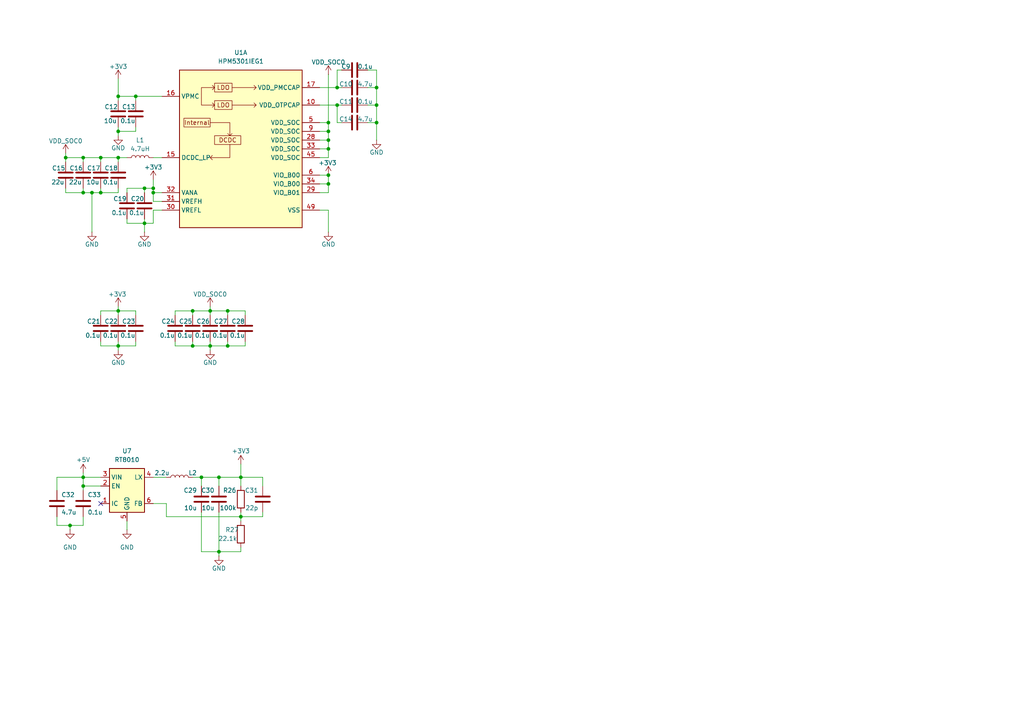
<source format=kicad_sch>
(kicad_sch (version 20231120) (generator "eeschema") (generator_version "8.0")
  (paper "A4")
  (lib_symbols
    (symbol "DCDC Power Chip:RT8010"
      (property "Reference" "U" (at 0 17.526 0))
      (property "Value" "RT8010" (at 0 0 0))
      (symbol "RT8010_1_0"
        (rectangle (start -5.08 10.16) (end 5.08 -2.54) (stroke (width 0.254)) (fill (type background)))
        (pin input line (at -7.62 5.08 0) (length 2.54) (name "EN") (number "2"))
        (pin power_in line (at -7.62 7.62 0) (length 2.54) (name "VIN") (number "3"))
        (pin output line (at 7.62 7.62 180) (length 2.54) (name "LX") (number "4"))
        (pin power_in line (at 0 -5.08 90) (length 2.54) (name "GND") (number "5"))
        (pin input line (at 7.62 0 180) (length 2.54) (name "FB") (number "6"))
        (pin passive line (at 0 -5.08 90) (length 2.54) hide (name "GND") (number "7"))
      )
      (symbol "RT8010_1_1"
        (pin output line (at -7.62 0 0) (length 2.54) (name "IC") (number "1"))
      )
    )
    (symbol "Device:C" (pin_numbers hide) (pin_names (offset 0.254))
      (property "Reference" "C" (at 0.635 2.54 0))
      (property "Value" "C" (at 0.635 -2.54 0))
      (symbol "C_0_1"
        (polyline (pts (xy -2.032 -0.762) (xy 2.032 -0.762)) (stroke (width 0.508)))
        (polyline (pts (xy -2.032 0.762) (xy 2.032 0.762)) (stroke (width 0.508)))
      )
      (symbol "C_1_1"
        (pin passive line (at 0 3.81 270) (length 2.794) (name "~") (number "1"))
        (pin passive line (at 0 -3.81 90) (length 2.794) (name "~") (number "2"))
      )
    )
    (symbol "Device:L" (pin_numbers hide) (pin_names (offset 1.016) hide)
      (property "Reference" "L" (at -1.27 0 90))
      (property "Value" "L" (at 1.905 0 90))
      (symbol "L_0_1"
        (arc (start 0 -2.54) (mid 0.6323 -1.905) (end 0 -1.27))
        (arc (start 0 -1.27) (mid 0.6323 -0.635) (end 0 0))
        (arc (start 0 0) (mid 0.6323 0.635) (end 0 1.27))
        (arc (start 0 1.27) (mid 0.6323 1.905) (end 0 2.54))
      )
      (symbol "L_1_1"
        (pin passive line (at 0 3.81 270) (length 1.27) (name "1") (number "1"))
        (pin passive line (at 0 -3.81 90) (length 1.27) (name "2") (number "2"))
      )
    )
    (symbol "Device:R" (pin_numbers hide) (pin_names (offset 0))
      (property "Reference" "R" (at 2.032 0 90))
      (property "Value" "R" (at 0 0 90))
      (symbol "R_0_1"
        (rectangle (start -1.016 -2.54) (end 1.016 2.54) (stroke (width 0.254)))
      )
      (symbol "R_1_1"
        (pin passive line (at 0 3.81 270) (length 1.27) (name "~") (number "1"))
        (pin passive line (at 0 -3.81 90) (length 1.27) (name "~") (number "2"))
      )
    )
    (symbol "HPM5300_Library:HPM5301IEG1"
      (property "Reference" "U" (at -39.624 54.356 0))
      (property "Value" "HPM5301IEG1" (at -25.654 54.356 0))
      (symbol "HPM5301IEG1_1_0"
        (pin power_in line (at 22.86 -17.78 180) (length 5.08) (name "VSS") (number "49"))
      )
      (symbol "HPM5301IEG1_1_1"
        (rectangle (start -17.78 22.86) (end 17.78 -22.86) (stroke (width 0.254)) (fill (type background)))
        (rectangle (start -16.51 8.89) (end -8.89 6.35))
        (rectangle (start -7.62 3.81) (end 0 1.27))
        (rectangle (start -7.62 13.97) (end -2.54 11.43))
        (rectangle (start -7.62 19.05) (end -2.54 16.51))
        (polyline (pts (xy -7.62 12.7) (xy -8.255 12.065)))
        (polyline (pts (xy -7.62 12.7) (xy -8.255 13.335)))
        (polyline (pts (xy -7.62 17.78) (xy -8.255 17.145)))
        (polyline (pts (xy -7.62 17.78) (xy -8.255 18.415)))
        (polyline (pts (xy -2.54 17.78) (xy 4.445 17.78)))
        (polyline (pts (xy 4.445 12.7) (xy -2.54 12.7)))
        (polyline (pts (xy 4.445 12.7) (xy 3.81 12.065)))
        (polyline (pts (xy 4.445 12.7) (xy 3.81 13.335)))
        (polyline (pts (xy 4.445 17.78) (xy 3.81 17.145)))
        (polyline (pts (xy 4.445 17.78) (xy 3.81 18.415)))
        (polyline (pts (xy -7.62 17.78) (xy -11.43 17.78) (xy -11.43 12.7) (xy -7.62 12.7)))
        (polyline (pts (xy -8.89 7.62) (xy -3.175 7.62) (xy -3.175 3.81) (xy -3.81 4.445) (xy -3.175 3.81) (xy -2.54 4.445)))
        (polyline (pts (xy -3.175 1.27) (xy -3.175 -2.54) (xy -8.89 -2.54) (xy -8.255 -1.905) (xy -8.89 -2.54) (xy -8.255 -3.175)))
        (text "DCDC" (at -3.81 2.54 0) (effects (font (size 1.27 1.27))))
        (text "Internal" (at -12.7 7.62 0) (effects (font (size 1.27 1.27))))
        (text "LDO" (at -5.08 12.7 0) (effects (font (size 1.27 1.27))))
        (text "LDO" (at -5.08 17.78 0) (effects (font (size 1.27 1.27))))
        (pin power_out line (at 22.86 12.7 180) (length 5.08) (name "VDD_OTPCAP") (number "10"))
        (pin power_in line (at -22.86 -2.54 0) (length 5.08) (name "DCDC_LP") (number "15"))
        (pin power_in line (at -22.86 15.24 0) (length 5.08) (name "VPMC") (number "16"))
        (pin power_out line (at 22.86 17.78 180) (length 5.08) (name "VDD_PMCCAP") (number "17"))
        (pin power_in line (at 22.86 2.54 180) (length 5.08) (name "VDD_SOC") (number "28"))
        (pin power_in line (at 22.86 -12.7 180) (length 5.08) (name "VIO_B01") (number "29"))
        (pin power_in line (at -22.86 -17.78 0) (length 5.08) (name "VREFL") (number "30"))
        (pin power_in line (at -22.86 -15.24 0) (length 5.08) (name "VREFH") (number "31"))
        (pin power_in line (at -22.86 -12.7 0) (length 5.08) (name "VANA") (number "32"))
        (pin power_in line (at 22.86 0 180) (length 5.08) (name "VDD_SOC") (number "33"))
        (pin power_in line (at 22.86 -10.16 180) (length 5.08) (name "VIO_B00") (number "34"))
        (pin power_in line (at 22.86 -2.54 180) (length 5.08) (name "VDD_SOC") (number "45"))
        (pin power_in line (at 22.86 7.62 180) (length 5.08) (name "VDD_SOC") (number "5"))
        (pin power_in line (at 22.86 -7.62 180) (length 5.08) (name "VIO_B00") (number "6"))
        (pin power_in line (at 22.86 5.08 180) (length 5.08) (name "VDD_SOC") (number "9"))
      )
      (symbol "HPM5301IEG1_2_1"
        (rectangle (start -53.34 53.34) (end 53.34 -53.34) (stroke (width 0.254)) (fill (type background)))
        (pin bidirectional line (at -58.42 33.02 0) (length 5.08) (name "PA04/URT1.CTS/SPI0.CS0/TRGM0.P04/JTAG.TDO") (number "1"))
        (pin bidirectional line (at -58.42 40.64 0) (length 5.08) (name "PA01/TMR1.CAPT0/URT0.RXD/TRGM0.P01/ACMP.COMP0") (number "11"))
        (pin bidirectional line (at -58.42 43.18 0) (length 5.08) (name "PA00/TMR1.COMP0/URT0.TXD/TRGM0.P00") (number "12"))
        (pin input line (at -58.42 -45.72 0) (length 5.08) (name "~{RESETN}") (number "13"))
        (pin input line (at -58.42 -48.26 0) (length 5.08) (name "WAKEUP") (number "14"))
        (pin bidirectional line (at -58.42 -33.02 0) (length 5.08) (name "PY01/URT0.RXD/WDG0.RST/USB0.OC/PMIC_PY01/PURT.RXD/PTMR.COMP1/SOC.GPIO_Y01") (number "18"))
        (pin bidirectional line (at -58.42 -30.48 0) (length 5.08) (name "PY00/URT0.TXD/USB0.ID/PMIC_PY00/PURT.TXD/PTMR.COMP0/SOC.GPIO_Y00") (number "19"))
        (pin bidirectional line (at -58.42 22.86 0) (length 5.08) (name "PA08/TMR0.COMP1/URT2.TXD/I2C2.SCL/SPI3.CS2/JTAG.TRST") (number "2"))
        (pin bidirectional line (at -58.42 -25.4 0) (length 5.08) (name "PB15/TMR0.COMP3/URT3.TXD/SPI2.DAT3/TRGM0.P03/ADC0.IN7/CMP0.INP1/CMP1.INP1") (number "20"))
        (pin bidirectional line (at -58.42 -22.86 0) (length 5.08) (name "PB14/URT3.RXD/SPI2.DAT2/TRGM0.P02/ADC0.IN6/CMP0.INN1/CMP1.INN1") (number "21"))
        (pin bidirectional line (at -58.42 -20.32 0) (length 5.08) (name "PB13/TMR1.COMP3/URT3.DE/URT3.RTS/I2C3.SCL/SPI2.MOSI/TRGM0.P01/ADC0.IN5/CMP0.INP2/CMP1.INP2") (number "22"))
        (pin bidirectional line (at -58.42 -17.78 0) (length 5.08) (name "PB12/URT3.CTS/I2C3.SDA/SPI2.MISO/TRGM0.P00/ADC0.IN4/CMP0.INN2/CMP1.INN2") (number "23"))
        (pin bidirectional line (at -58.42 -15.24 0) (length 5.08) (name "PB11/URT2.CTS/SPI2.SCLK/ACMP.COMP1/ADC0.IN3/CMP0.INN4/CMP1.INN4") (number "24"))
        (pin bidirectional line (at -58.42 -12.7 0) (length 5.08) (name "PB10/TMR0.COMP2/URT2.DE/URT2.RTS/SPI2.CS0/ACMP.COMP0/USB0.PWR/ADC0.IN2/CMP0.INP4/CMP1.INP4") (number "25"))
        (pin bidirectional line (at -58.42 -10.16 0) (length 5.08) (name "PB09/TMR0.CAPT1/URT2.RXD/I2C2.SDA/SPI2.CS1/ACMP.COMP1/USB0.OC/ADC0.IN1/CMP0.INP6/CMP1.INP6") (number "26"))
        (pin bidirectional line (at -58.42 -7.62 0) (length 5.08) (name "PB08/TMR0.COMP1/URT2.TXD/I2C2.SCL/SPI2.CS2/ACMP.COMP0/USB0.ID/ADC0.IN11/CMP0.INN6/CMP1.INN6") (number "27"))
        (pin bidirectional line (at -58.42 20.32 0) (length 5.08) (name "PA09/TMR0.CAPT1/URT2.RXD/I2C2.SDA/SPI3.CS1") (number "3"))
        (pin input line (at -58.42 -38.1 0) (length 5.08) (name "XTALI") (number "35"))
        (pin output line (at -58.42 -40.64 0) (length 5.08) (name "XTALO") (number "36"))
        (pin bidirectional line (at -58.42 -2.54 0) (length 5.08) (name "PA31/SPI1.DAT3/XPI0.CA_CS0/TRGM0.P07/USB0.ID") (number "37"))
        (pin bidirectional line (at -58.42 0 0) (length 5.08) (name "PA30/SPI1.DAT2/XPI0.CA_D1/TRGM0.P06/USB0.PWR") (number "38"))
        (pin bidirectional line (at -58.42 2.54 0) (length 5.08) (name "PA29/I2C3.SCL/SPI1.MOSI/XPI0.CA_D2/TRGM0.P05/USB0.OC") (number "39"))
        (pin bidirectional line (at -58.42 17.78 0) (length 5.08) (name "PA10/TMR0.COMP2/URT2.DE/URT2.RTS/SPI3.CS0/ACMP.COMP0") (number "4"))
        (pin bidirectional line (at -58.42 5.08 0) (length 5.08) (name "PA28/I2C3.SDA/SPI1.MISO/XPI0.CA_D0/TRGM0.P04") (number "40"))
        (pin bidirectional line (at -58.42 7.62 0) (length 5.08) (name "PA27/SPI1.SCLK/XPI0.CA_SCLK/TRGM0.P03") (number "41"))
        (pin bidirectional line (at -58.42 10.16 0) (length 5.08) (name "PA26/SPI1.CS0/XPI0.CA_D3/TRGM0.P02") (number "42"))
        (pin bidirectional line (at -58.42 12.7 0) (length 5.08) (name "PA25/I2C2.SDA/SPI1.CS1/XPI0.CA_DQS/TRGM0.P01") (number "43"))
        (pin bidirectional line (at -58.42 15.24 0) (length 5.08) (name "PA24/I2C2.SCL/SPI1.CS2/XPI0.CA_CS1/TRGM0.P00") (number "44"))
        (pin bidirectional line (at -58.42 25.4 0) (length 5.08) (name "PA07/TMR0.COMP0/URT1.TXD/I2C1.SCL/SPI0.MOSI/TRGM0.P07/JTAG.TMS") (number "46"))
        (pin bidirectional line (at -58.42 27.94 0) (length 5.08) (name "PA06/TMR0.CAPT0/URT1.RXD/I2C1.SDA/SPI0.MISO/TRGM0.P06/JTAG.TCK") (number "47"))
        (pin bidirectional line (at -58.42 30.48 0) (length 5.08) (name "PA05/TMR1.COMP2/URT1.DE/URT1.RTS/SPI0.SCLK/TRGM0.P05/JTAG.TDI") (number "48"))
        (pin bidirectional line (at -58.42 35.56 0) (length 5.08) (name "PA03/TMR1.CAPT1/URT0.CTS/I2C0.SDA/SPI3.CS3/ACMP.COMP1/TRGM0.P03/ADC0.DBG") (number "7"))
        (pin bidirectional line (at -58.42 38.1 0) (length 5.08) (name "PA02/TMR1.COMP1/URT0.DE/URT0.RTS/I2C0.SCL/ACMP.COMP0/TRGM0.P02/ACMP.COMP1") (number "8"))
      )
    )
    (symbol "power:+3V3" (power) (pin_numbers hide) (pin_names (offset 0) hide)
      (property "Value" "+3V3" (at 0 3.556 0))
      (symbol "+3V3_0_1"
        (polyline (pts (xy -0.762 1.27) (xy 0 2.54)))
        (polyline (pts (xy 0 0) (xy 0 2.54)))
        (polyline (pts (xy 0 2.54) (xy 0.762 1.27)))
      )
      (symbol "+3V3_1_1"
        (pin power_in line (at 0 0 90) (length 0) (name "~") (number "1"))
      )
    )
    (symbol "power:+5V" (power) (pin_names (offset 0))
      (property "Value" "+5V" (at 0 3.556 0))
      (symbol "+5V_0_1"
        (polyline (pts (xy -0.762 1.27) (xy 0 2.54)))
        (polyline (pts (xy 0 0) (xy 0 2.54)))
        (polyline (pts (xy 0 2.54) (xy 0.762 1.27)))
      )
      (symbol "+5V_1_1"
        (pin power_in line (at 0 0 90) (length 0) hide (name "+5V") (number "1"))
      )
    )
    (symbol "power:GND" (power) (pin_numbers hide) (pin_names (offset 0) hide)
      (property "Value" "GND" (at 0 -3.81 0))
      (symbol "GND_0_1"
        (polyline (pts (xy 0 0) (xy 0 -1.27) (xy 1.27 -1.27) (xy 0 -2.54) (xy -1.27 -1.27) (xy 0 -1.27)))
      )
      (symbol "GND_1_1"
        (pin power_in line (at 0 0 270) (length 0) (name "~") (number "1"))
      )
    )
    (symbol "power:VDD" (power) (pin_numbers hide) (pin_names (offset 0) hide)
      (property "Value" "VDD" (at 0 3.556 0))
      (symbol "VDD_0_1"
        (polyline (pts (xy -0.762 1.27) (xy 0 2.54)))
        (polyline (pts (xy 0 0) (xy 0 2.54)))
        (polyline (pts (xy 0 2.54) (xy 0.762 1.27)))
      )
      (symbol "VDD_1_1"
        (pin power_in line (at 0 0 90) (length 0) (name "~") (number "1"))
      )
    )
  )
  (junction (at 44.45 55.88))
  (junction (at 109.22 30.48))
  (junction (at 24.13 140.97))
  (junction (at 109.22 25.4))
  (junction (at 26.67 55.88))
  (junction (at 60.96 100.33))
  (junction (at 34.29 90.17))
  (junction (at 55.88 90.17))
  (junction (at 20.32 152.4))
  (junction (at 24.13 55.88))
  (junction (at 95.25 43.18))
  (junction (at 39.37 27.94))
  (junction (at 19.05 45.72))
  (junction (at 66.04 100.33))
  (junction (at 24.13 45.72))
  (junction (at 34.29 27.94))
  (junction (at 66.04 90.17))
  (junction (at 95.25 50.8))
  (junction (at 58.42 138.43))
  (junction (at 63.5 138.43))
  (junction (at 55.88 100.33))
  (junction (at 60.96 90.17))
  (junction (at 69.85 149.86))
  (junction (at 24.13 138.43))
  (junction (at 34.29 100.33))
  (junction (at 95.25 40.64))
  (junction (at 69.85 138.43))
  (junction (at 41.91 64.77))
  (junction (at 41.91 54.61))
  (junction (at 44.45 54.61))
  (junction (at 97.79 30.48))
  (junction (at 97.79 25.4))
  (junction (at 34.29 38.1))
  (junction (at 95.25 38.1))
  (junction (at 109.22 35.56))
  (junction (at 29.21 55.88))
  (junction (at 95.25 53.34))
  (junction (at 63.5 160.02))
  (junction (at 34.29 45.72))
  (junction (at 29.21 45.72))
  (junction (at 95.25 35.56))
  (no_connect (at 29.21 146.05))
  (wire (pts (xy 34.29 88.9) (xy 34.29 90.17)))
  (wire (pts (xy 34.29 99.06) (xy 34.29 100.33)))
  (wire (pts (xy 92.71 25.4) (xy 97.79 25.4)))
  (wire (pts (xy 95.25 60.96) (xy 95.25 67.31)))
  (wire (pts (xy 36.83 55.88) (xy 36.83 54.61)))
  (wire (pts (xy 16.51 152.4) (xy 20.32 152.4)))
  (wire (pts (xy 97.79 25.4) (xy 99.06 25.4)))
  (wire (pts (xy 34.29 45.72) (xy 36.83 45.72)))
  (wire (pts (xy 60.96 90.17) (xy 66.04 90.17)))
  (wire (pts (xy 19.05 45.72) (xy 24.13 45.72)))
  (wire (pts (xy 46.99 27.94) (xy 39.37 27.94)))
  (wire (pts (xy 19.05 46.99) (xy 19.05 45.72)))
  (wire (pts (xy 39.37 90.17) (xy 39.37 91.44)))
  (wire (pts (xy 50.8 99.06) (xy 50.8 100.33)))
  (wire (pts (xy 92.71 30.48) (xy 97.79 30.48)))
  (wire (pts (xy 95.25 40.64) (xy 95.25 43.18)))
  (wire (pts (xy 60.96 100.33) (xy 60.96 101.6)))
  (wire (pts (xy 29.21 90.17) (xy 34.29 90.17)))
  (wire (pts (xy 95.25 53.34) (xy 95.25 55.88)))
  (wire (pts (xy 97.79 30.48) (xy 97.79 35.56)))
  (wire (pts (xy 60.96 100.33) (xy 66.04 100.33)))
  (wire (pts (xy 48.26 146.05) (xy 48.26 149.86)))
  (wire (pts (xy 76.2 140.97) (xy 76.2 138.43)))
  (wire (pts (xy 34.29 55.88) (xy 29.21 55.88)))
  (wire (pts (xy 55.88 99.06) (xy 55.88 100.33)))
  (wire (pts (xy 24.13 152.4) (xy 24.13 149.86)))
  (wire (pts (xy 55.88 138.43) (xy 58.42 138.43)))
  (wire (pts (xy 41.91 54.61) (xy 41.91 55.88)))
  (wire (pts (xy 20.32 152.4) (xy 20.32 153.67)))
  (wire (pts (xy 41.91 64.77) (xy 44.45 64.77)))
  (wire (pts (xy 24.13 54.61) (xy 24.13 55.88)))
  (wire (pts (xy 99.06 20.32) (xy 97.79 20.32)))
  (wire (pts (xy 50.8 90.17) (xy 55.88 90.17)))
  (wire (pts (xy 66.04 100.33) (xy 71.12 100.33)))
  (wire (pts (xy 39.37 100.33) (xy 39.37 99.06)))
  (wire (pts (xy 60.96 88.9) (xy 60.96 90.17)))
  (wire (pts (xy 34.29 27.94) (xy 39.37 27.94)))
  (wire (pts (xy 92.71 60.96) (xy 95.25 60.96)))
  (wire (pts (xy 109.22 20.32) (xy 109.22 25.4)))
  (wire (pts (xy 95.25 38.1) (xy 95.25 40.64)))
  (wire (pts (xy 55.88 90.17) (xy 60.96 90.17)))
  (wire (pts (xy 95.25 21.59) (xy 95.25 35.56)))
  (wire (pts (xy 69.85 158.75) (xy 69.85 160.02)))
  (wire (pts (xy 34.29 100.33) (xy 39.37 100.33)))
  (wire (pts (xy 60.96 99.06) (xy 60.96 100.33)))
  (wire (pts (xy 46.99 58.42) (xy 44.45 58.42)))
  (wire (pts (xy 92.71 38.1) (xy 95.25 38.1)))
  (wire (pts (xy 44.45 60.96) (xy 44.45 64.77)))
  (wire (pts (xy 29.21 100.33) (xy 34.29 100.33)))
  (wire (pts (xy 109.22 30.48) (xy 109.22 35.56)))
  (wire (pts (xy 34.29 22.86) (xy 34.29 27.94)))
  (wire (pts (xy 58.42 138.43) (xy 63.5 138.43)))
  (wire (pts (xy 66.04 90.17) (xy 66.04 91.44)))
  (wire (pts (xy 41.91 64.77) (xy 41.91 67.31)))
  (wire (pts (xy 92.71 45.72) (xy 95.25 45.72)))
  (wire (pts (xy 58.42 160.02) (xy 63.5 160.02)))
  (wire (pts (xy 69.85 148.59) (xy 69.85 149.86)))
  (wire (pts (xy 95.25 43.18) (xy 95.25 45.72)))
  (wire (pts (xy 24.13 140.97) (xy 29.21 140.97)))
  (wire (pts (xy 109.22 35.56) (xy 109.22 40.64)))
  (wire (pts (xy 92.71 43.18) (xy 95.25 43.18)))
  (wire (pts (xy 16.51 138.43) (xy 24.13 138.43)))
  (wire (pts (xy 39.37 27.94) (xy 39.37 29.21)))
  (wire (pts (xy 36.83 63.5) (xy 36.83 64.77)))
  (wire (pts (xy 19.05 55.88) (xy 19.05 54.61)))
  (wire (pts (xy 63.5 148.59) (xy 63.5 160.02)))
  (wire (pts (xy 44.45 146.05) (xy 48.26 146.05)))
  (wire (pts (xy 24.13 137.16) (xy 24.13 138.43)))
  (wire (pts (xy 106.68 25.4) (xy 109.22 25.4)))
  (wire (pts (xy 26.67 67.31) (xy 26.67 55.88)))
  (wire (pts (xy 41.91 63.5) (xy 41.91 64.77)))
  (wire (pts (xy 44.45 52.07) (xy 44.45 54.61)))
  (wire (pts (xy 69.85 138.43) (xy 69.85 140.97)))
  (wire (pts (xy 34.29 36.83) (xy 34.29 38.1)))
  (wire (pts (xy 24.13 138.43) (xy 24.13 140.97)))
  (wire (pts (xy 92.71 55.88) (xy 95.25 55.88)))
  (wire (pts (xy 24.13 140.97) (xy 24.13 142.24)))
  (wire (pts (xy 46.99 60.96) (xy 44.45 60.96)))
  (wire (pts (xy 109.22 25.4) (xy 109.22 30.48)))
  (wire (pts (xy 29.21 91.44) (xy 29.21 90.17)))
  (wire (pts (xy 26.67 55.88) (xy 24.13 55.88)))
  (wire (pts (xy 29.21 99.06) (xy 29.21 100.33)))
  (wire (pts (xy 29.21 54.61) (xy 29.21 55.88)))
  (wire (pts (xy 63.5 160.02) (xy 63.5 161.29)))
  (wire (pts (xy 39.37 38.1) (xy 39.37 36.83)))
  (wire (pts (xy 34.29 27.94) (xy 34.29 29.21)))
  (wire (pts (xy 48.26 138.43) (xy 44.45 138.43)))
  (wire (pts (xy 76.2 149.86) (xy 69.85 149.86)))
  (wire (pts (xy 97.79 20.32) (xy 97.79 25.4)))
  (wire (pts (xy 55.88 90.17) (xy 55.88 91.44)))
  (wire (pts (xy 44.45 54.61) (xy 44.45 55.88)))
  (wire (pts (xy 92.71 50.8) (xy 95.25 50.8)))
  (wire (pts (xy 60.96 90.17) (xy 60.96 91.44)))
  (wire (pts (xy 36.83 151.13) (xy 36.83 153.67)))
  (wire (pts (xy 41.91 54.61) (xy 44.45 54.61)))
  (wire (pts (xy 16.51 149.86) (xy 16.51 152.4)))
  (wire (pts (xy 106.68 20.32) (xy 109.22 20.32)))
  (wire (pts (xy 24.13 55.88) (xy 19.05 55.88)))
  (wire (pts (xy 34.29 38.1) (xy 34.29 39.37)))
  (wire (pts (xy 69.85 134.62) (xy 69.85 138.43)))
  (wire (pts (xy 95.25 50.8) (xy 95.25 53.34)))
  (wire (pts (xy 24.13 45.72) (xy 29.21 45.72)))
  (wire (pts (xy 63.5 160.02) (xy 69.85 160.02)))
  (wire (pts (xy 34.29 38.1) (xy 39.37 38.1)))
  (wire (pts (xy 48.26 149.86) (xy 69.85 149.86)))
  (wire (pts (xy 34.29 90.17) (xy 39.37 90.17)))
  (wire (pts (xy 44.45 45.72) (xy 46.99 45.72)))
  (wire (pts (xy 58.42 138.43) (xy 58.42 140.97)))
  (wire (pts (xy 16.51 138.43) (xy 16.51 142.24)))
  (wire (pts (xy 34.29 45.72) (xy 34.29 46.99)))
  (wire (pts (xy 71.12 90.17) (xy 71.12 91.44)))
  (wire (pts (xy 55.88 100.33) (xy 60.96 100.33)))
  (wire (pts (xy 34.29 100.33) (xy 34.29 101.6)))
  (wire (pts (xy 20.32 152.4) (xy 24.13 152.4)))
  (wire (pts (xy 66.04 90.17) (xy 71.12 90.17)))
  (wire (pts (xy 66.04 99.06) (xy 66.04 100.33)))
  (wire (pts (xy 99.06 35.56) (xy 97.79 35.56)))
  (wire (pts (xy 63.5 138.43) (xy 69.85 138.43)))
  (wire (pts (xy 92.71 35.56) (xy 95.25 35.56)))
  (wire (pts (xy 44.45 55.88) (xy 46.99 55.88)))
  (wire (pts (xy 44.45 55.88) (xy 44.45 58.42)))
  (wire (pts (xy 36.83 54.61) (xy 41.91 54.61)))
  (wire (pts (xy 76.2 148.59) (xy 76.2 149.86)))
  (wire (pts (xy 29.21 45.72) (xy 29.21 46.99)))
  (wire (pts (xy 69.85 138.43) (xy 76.2 138.43)))
  (wire (pts (xy 71.12 100.33) (xy 71.12 99.06)))
  (wire (pts (xy 29.21 45.72) (xy 34.29 45.72)))
  (wire (pts (xy 50.8 91.44) (xy 50.8 90.17)))
  (wire (pts (xy 34.29 54.61) (xy 34.29 55.88)))
  (wire (pts (xy 19.05 44.45) (xy 19.05 45.72)))
  (wire (pts (xy 36.83 64.77) (xy 41.91 64.77)))
  (wire (pts (xy 29.21 55.88) (xy 26.67 55.88)))
  (wire (pts (xy 106.68 35.56) (xy 109.22 35.56)))
  (wire (pts (xy 58.42 148.59) (xy 58.42 160.02)))
  (wire (pts (xy 106.68 30.48) (xy 109.22 30.48)))
  (wire (pts (xy 34.29 90.17) (xy 34.29 91.44)))
  (wire (pts (xy 92.71 40.64) (xy 95.25 40.64)))
  (wire (pts (xy 24.13 138.43) (xy 29.21 138.43)))
  (wire (pts (xy 97.79 30.48) (xy 99.06 30.48)))
  (wire (pts (xy 95.25 35.56) (xy 95.25 38.1)))
  (wire (pts (xy 24.13 45.72) (xy 24.13 46.99)))
  (wire (pts (xy 50.8 100.33) (xy 55.88 100.33)))
  (wire (pts (xy 63.5 138.43) (xy 63.5 140.97)))
  (wire (pts (xy 92.71 53.34) (xy 95.25 53.34)))
  (wire (pts (xy 69.85 149.86) (xy 69.85 151.13)))
  (symbol (lib_id "Device:C") (at 34.29 33.02 0) (unit 1)
    (property "Reference" "C12" (at 32.258 30.988 0))
    (property "Value" "10u" (at 32.004 35.052 0))
    (property "Footprint" "Capacitor_SMD:C_0402_1005Metric" (effects (hide yes)))
    (property "Description" "Unpolarized capacitor" (effects (hide yes)))
  )
  (symbol (lib_id "power:+3V3") (at 34.29 22.86 0) (unit 1)
    (property "Reference" "#PWR043" (effects (hide yes)))
    (property "Value" "+3V3" (at 34.29 19.304 0))
    (property "Description" "Power symbol creates a global label with name \"+3V3\"" (effects (hide yes)))
  )
  (symbol (lib_id "power:GND") (at 60.96 101.6 0) (unit 1)
    (property "Reference" "#PWR055" (effects (hide yes)))
    (property "Value" "GND" (at 60.96 105.156 0))
    (property "Description" "Power symbol creates a global label with name \"GND\" , ground" (effects (hide yes)))
  )
  (symbol (lib_id "power:+3V3") (at 95.25 50.8 0) (unit 1)
    (property "Reference" "#PWR047" (effects (hide yes)))
    (property "Value" "+3V3" (at 94.996 47.244 0))
    (property "Description" "Power symbol creates a global label with name \"+3V3\"" (effects (hide yes)))
  )
  (symbol (lib_id "power:GND") (at 41.91 67.31 0) (unit 1)
    (property "Reference" "#PWR050" (effects (hide yes)))
    (property "Value" "GND" (at 41.91 70.866 0))
    (property "Description" "Power symbol creates a global label with name \"GND\" , ground" (effects (hide yes)))
  )
  (symbol (lib_id "power:GND") (at 63.5 161.29 0) (mirror y) (unit 1)
    (property "Reference" "#PWR060" (effects (hide yes)))
    (property "Value" "GND" (at 63.5 164.846 0))
  )
  (symbol (lib_id "Device:C") (at 36.83 59.69 0) (unit 1)
    (property "Reference" "C19" (at 34.798 57.658 0))
    (property "Value" "0.1u" (at 34.544 61.722 0))
    (property "Footprint" "Capacitor_SMD:C_0402_1005Metric" (effects (hide yes)))
    (property "Description" "Unpolarized capacitor" (effects (hide yes)))
  )
  (symbol (lib_id "Device:C") (at 71.12 95.25 0) (unit 1)
    (property "Reference" "C28" (at 69.088 93.218 0))
    (property "Value" "0.1u" (at 68.834 97.282 0))
    (property "Footprint" "Capacitor_SMD:C_0402_1005Metric" (effects (hide yes)))
    (property "Description" "Unpolarized capacitor" (effects (hide yes)))
  )
  (symbol (lib_id "Device:C") (at 102.87 30.48 90) (unit 1)
    (property "Reference" "C11" (at 100.33 29.464 90))
    (property "Value" "0.1u" (at 105.918 29.464 90))
    (property "Footprint" "Capacitor_SMD:C_0402_1005Metric" (effects (hide yes)))
    (property "Description" "Unpolarized capacitor" (effects (hide yes)))
  )
  (symbol (lib_id "Device:C") (at 34.29 50.8 0) (unit 1)
    (property "Reference" "C18" (at 32.258 48.768 0))
    (property "Value" "0.1u" (at 32.004 52.832 0))
    (property "Footprint" "Capacitor_SMD:C_0402_1005Metric" (effects (hide yes)))
    (property "Description" "Unpolarized capacitor" (effects (hide yes)))
  )
  (symbol (lib_id "power:GND") (at 34.29 101.6 0) (unit 1)
    (property "Reference" "#PWR054" (effects (hide yes)))
    (property "Value" "GND" (at 34.29 105.156 0))
    (property "Description" "Power symbol creates a global label with name \"GND\" , ground" (effects (hide yes)))
  )
  (symbol (lib_id "power:GND") (at 26.67 67.31 0) (unit 1)
    (property "Reference" "#PWR049" (effects (hide yes)))
    (property "Value" "GND" (at 26.67 70.866 0))
    (property "Description" "Power symbol creates a global label with name \"GND\" , ground" (effects (hide yes)))
  )
  (symbol (lib_id "power:+3V3") (at 44.45 52.07 0) (unit 1)
    (property "Reference" "#PWR048" (effects (hide yes)))
    (property "Value" "+3V3" (at 44.45 48.514 0))
    (property "Description" "Power symbol creates a global label with name \"+3V3\"" (effects (hide yes)))
  )
  (symbol (lib_id "Device:C") (at 24.13 50.8 0) (unit 1)
    (property "Reference" "C16" (at 22.098 48.768 0))
    (property "Value" "22u" (at 21.844 52.832 0))
    (property "Footprint" "Capacitor_SMD:C_0402_1005Metric" (effects (hide yes)))
    (property "Description" "Unpolarized capacitor" (effects (hide yes)))
  )
  (symbol (lib_id "power:GND") (at 36.83 153.67 0) (unit 1)
    (property "Reference" "#PWR059" (effects (hide yes)))
    (property "Value" "GND" (at 36.83 158.75 0))
  )
  (symbol (lib_id "Device:C") (at 24.13 146.05 0) (unit 1)
    (property "Reference" "C33" (at 25.4 143.51 0) (effects (justify left)))
    (property "Value" "0.1u" (at 25.4 148.59 0) (effects (justify left)))
    (property "Footprint" "Capacitor_SMD:C_0402_1005Metric" (effects (hide yes)))
  )
  (symbol (lib_id "power:GND") (at 109.22 40.64 0) (unit 1)
    (property "Reference" "#PWR045" (effects (hide yes)))
    (property "Value" "GND" (at 109.22 44.196 0))
    (property "Description" "Power symbol creates a global label with name \"GND\" , ground" (effects (hide yes)))
  )
  (symbol (lib_id "Device:L") (at 40.64 45.72 90) (unit 1)
    (property "Reference" "L1" (at 40.64 40.64 90))
    (property "Value" "4.7uH" (at 40.64 43.18 90))
    (property "Footprint" "Inductor_SMD:L_1008_2520Metric" (effects (hide yes)))
    (property "Description" "Inductor" (effects (hide yes)))
  )
  (symbol (lib_id "Device:R") (at 69.85 144.78 0) (mirror y) (unit 1)
    (property "Reference" "R26" (at 68.58 142.24 0) (effects (justify left)))
    (property "Value" "100k" (at 68.58 147.32 0) (effects (justify left)))
    (property "Footprint" "Resistor_SMD:R_0402_1005Metric" (effects (hide yes)))
  )
  (symbol (lib_id "power:VDD") (at 19.05 44.45 0) (unit 1)
    (property "Reference" "#PWR046" (effects (hide yes)))
    (property "Value" "VDD_SOC0" (at 19.05 40.894 0))
    (property "Description" "Power symbol creates a global label with name \"VDD_SOC\"" (effects (hide yes)))
  )
  (symbol (lib_id "Device:L") (at 52.07 138.43 270) (mirror x) (unit 1)
    (property "Reference" "L2" (at 55.88 137.16 90))
    (property "Value" "2.2u" (at 46.99 137.16 90))
    (property "Footprint" "Inductor_SMD:L_1008_2520Metric" (effects (hide yes)))
  )
  (symbol (lib_id "power:VDD") (at 60.96 88.9 0) (unit 1)
    (property "Reference" "#PWR053" (effects (hide yes)))
    (property "Value" "VDD_SOC0" (at 60.96 85.344 0))
    (property "Description" "Power symbol creates a global label with name \"VDD_SOC\"" (effects (hide yes)))
  )
  (symbol (lib_id "Device:C") (at 39.37 95.25 0) (unit 1)
    (property "Reference" "C23" (at 37.338 93.218 0))
    (property "Value" "0.1u" (at 37.084 97.282 0))
    (property "Footprint" "Capacitor_SMD:C_0402_1005Metric" (effects (hide yes)))
    (property "Description" "Unpolarized capacitor" (effects (hide yes)))
  )
  (symbol (lib_id "HPM5300_Library:HPM5301IEG1") (at 69.85 43.18 0) (unit 1)
    (property "Reference" "U1" (at 69.85 15.24 0))
    (property "Value" "HPM5301IEG1" (at 69.85 17.78 0))
    (property "Footprint" "Package_DFN_QFN:QFN-48-1EP_6x6mm_P0.4mm_EP4.2x4.2mm" (effects (hide yes)))
    (property "Datasheet" "http://www.hpmicro.com/down.aspx?DId=b9f427fc-7856-4897-8a2b-247d1845c1b1&LId=091cdc4f-0cbe-4040-87bc-79f1448ed356&SkipL=T" (effects (hide yes)))
    (property "Description" "Hpmicro High Performance Motion Control MCU, QFN48" (effects (hide yes)))
  )
  (symbol (lib_id "power:+3V3") (at 69.85 134.62 0) (mirror y) (unit 1)
    (property "Reference" "#PWR056" (effects (hide yes)))
    (property "Value" "+3V3" (at 69.85 130.81 0))
    (property "Description" "Power symbol creates a global label with name \"+3V3\"" (effects (hide yes)))
  )
  (symbol (lib_id "Device:C") (at 58.42 144.78 0) (mirror y) (unit 1)
    (property "Reference" "C29" (at 57.15 142.24 0) (effects (justify left)))
    (property "Value" "10u" (at 57.15 147.32 0) (effects (justify left)))
    (property "Footprint" "Capacitor_SMD:C_0402_1005Metric" (effects (hide yes)))
  )
  (symbol (lib_id "Device:C") (at 34.29 95.25 0) (unit 1)
    (property "Reference" "C22" (at 32.258 93.218 0))
    (property "Value" "0.1u" (at 32.004 97.282 0))
    (property "Footprint" "Capacitor_SMD:C_0402_1005Metric" (effects (hide yes)))
    (property "Description" "Unpolarized capacitor" (effects (hide yes)))
  )
  (symbol (lib_id "DCDC Power Chip:RT8010") (at 36.83 146.05 0) (unit 1)
    (property "Reference" "U7" (at 36.83 130.81 0))
    (property "Value" "RT8010" (at 36.83 133.35 0))
    (property "Footprint" "Package_DFN_QFN:DFN-6-1EP_2x2mm_P0.65mm_EP1.01x1.7mm" (effects (hide yes)))
  )
  (symbol (lib_id "Device:C") (at 41.91 59.69 0) (unit 1)
    (property "Reference" "C20" (at 39.878 57.658 0))
    (property "Value" "0.1u" (at 39.624 61.722 0))
    (property "Footprint" "Capacitor_SMD:C_0402_1005Metric" (effects (hide yes)))
    (property "Description" "Unpolarized capacitor" (effects (hide yes)))
  )
  (symbol (lib_id "Device:C") (at 19.05 50.8 0) (unit 1)
    (property "Reference" "C15" (at 17.018 48.768 0))
    (property "Value" "22u" (at 16.764 52.832 0))
    (property "Footprint" "Capacitor_SMD:C_0402_1005Metric" (effects (hide yes)))
    (property "Description" "Unpolarized capacitor" (effects (hide yes)))
  )
  (symbol (lib_id "Device:C") (at 16.51 146.05 0) (unit 1)
    (property "Reference" "C32" (at 17.78 143.51 0) (effects (justify left)))
    (property "Value" "4.7u" (at 17.78 148.59 0) (effects (justify left)))
    (property "Footprint" "Capacitor_SMD:C_0402_1005Metric" (effects (hide yes)))
  )
  (symbol (lib_id "power:VDD") (at 95.25 21.59 0) (unit 1)
    (property "Reference" "#PWR042" (effects (hide yes)))
    (property "Value" "VDD_SOC0" (at 95.25 18.034 0))
    (property "Description" "Power symbol creates a global label with name \"VDD_SOC\"" (effects (hide yes)))
  )
  (symbol (lib_id "power:GND") (at 34.29 39.37 0) (unit 1)
    (property "Reference" "#PWR044" (effects (hide yes)))
    (property "Value" "GND" (at 34.29 42.926 0))
    (property "Description" "Power symbol creates a global label with name \"GND\" , ground" (effects (hide yes)))
  )
  (symbol (lib_id "power:GND") (at 95.25 67.31 0) (unit 1)
    (property "Reference" "#PWR051" (effects (hide yes)))
    (property "Value" "GND" (at 95.25 70.866 0))
    (property "Description" "Power symbol creates a global label with name \"GND\" , ground" (effects (hide yes)))
  )
  (symbol (lib_id "Device:C") (at 29.21 95.25 0) (unit 1)
    (property "Reference" "C21" (at 27.178 93.218 0))
    (property "Value" "0.1u" (at 26.924 97.282 0))
    (property "Footprint" "Capacitor_SMD:C_0402_1005Metric" (effects (hide yes)))
    (property "Description" "Unpolarized capacitor" (effects (hide yes)))
  )
  (symbol (lib_id "Device:R") (at 69.85 154.94 0) (mirror y) (unit 1)
    (property "Reference" "R27" (at 67.31 153.67 0))
    (property "Value" "22.1k" (at 66.04 156.21 0))
    (property "Footprint" "Resistor_SMD:R_0402_1005Metric" (effects (hide yes)))
  )
  (symbol (lib_id "Device:C") (at 102.87 25.4 90) (unit 1)
    (property "Reference" "C10" (at 100.33 24.384 90))
    (property "Value" "4.7u" (at 105.918 24.384 90))
    (property "Footprint" "Capacitor_SMD:C_0402_1005Metric" (effects (hide yes)))
    (property "Description" "Unpolarized capacitor" (effects (hide yes)))
  )
  (symbol (lib_id "Device:C") (at 39.37 33.02 0) (unit 1)
    (property "Reference" "C13" (at 37.338 30.988 0))
    (property "Value" "0.1u" (at 37.084 35.052 0))
    (property "Footprint" "Capacitor_SMD:C_0402_1005Metric" (effects (hide yes)))
    (property "Description" "Unpolarized capacitor" (effects (hide yes)))
  )
  (symbol (lib_id "Device:C") (at 60.96 95.25 0) (unit 1)
    (property "Reference" "C26" (at 58.928 93.218 0))
    (property "Value" "0.1u" (at 58.674 97.282 0))
    (property "Footprint" "Capacitor_SMD:C_0402_1005Metric" (effects (hide yes)))
    (property "Description" "Unpolarized capacitor" (effects (hide yes)))
  )
  (symbol (lib_id "power:GND") (at 20.32 153.67 0) (unit 1)
    (property "Reference" "#PWR058" (effects (hide yes)))
    (property "Value" "GND" (at 20.32 158.75 0))
  )
  (symbol (lib_id "Device:C") (at 76.2 144.78 0) (mirror y) (unit 1)
    (property "Reference" "C31" (at 74.93 142.24 0) (effects (justify left)))
    (property "Value" "22p" (at 74.93 147.32 0) (effects (justify left)))
    (property "Footprint" "Capacitor_SMD:C_0402_1005Metric" (effects (hide yes)))
  )
  (symbol (lib_id "Device:C") (at 102.87 35.56 90) (unit 1)
    (property "Reference" "C14" (at 100.33 34.544 90))
    (property "Value" "4.7u" (at 105.918 34.544 90))
    (property "Footprint" "Capacitor_SMD:C_0402_1005Metric" (effects (hide yes)))
    (property "Description" "Unpolarized capacitor" (effects (hide yes)))
  )
  (symbol (lib_id "Device:C") (at 50.8 95.25 0) (unit 1)
    (property "Reference" "C24" (at 48.768 93.218 0))
    (property "Value" "0.1u" (at 48.514 97.282 0))
    (property "Footprint" "Capacitor_SMD:C_0402_1005Metric" (effects (hide yes)))
    (property "Description" "Unpolarized capacitor" (effects (hide yes)))
  )
  (symbol (lib_id "Device:C") (at 55.88 95.25 0) (unit 1)
    (property "Reference" "C25" (at 53.848 93.218 0))
    (property "Value" "0.1u" (at 53.594 97.282 0))
    (property "Footprint" "Capacitor_SMD:C_0402_1005Metric" (effects (hide yes)))
    (property "Description" "Unpolarized capacitor" (effects (hide yes)))
  )
  (symbol (lib_id "power:+3V3") (at 34.29 88.9 0) (unit 1)
    (property "Reference" "#PWR052" (effects (hide yes)))
    (property "Value" "+3V3" (at 34.036 85.344 0))
    (property "Description" "Power symbol creates a global label with name \"+3V3\"" (effects (hide yes)))
  )
  (symbol (lib_id "Device:C") (at 66.04 95.25 0) (unit 1)
    (property "Reference" "C27" (at 64.008 93.218 0))
    (property "Value" "0.1u" (at 63.754 97.282 0))
    (property "Footprint" "Capacitor_SMD:C_0402_1005Metric" (effects (hide yes)))
    (property "Description" "Unpolarized capacitor" (effects (hide yes)))
  )
  (symbol (lib_id "Device:C") (at 63.5 144.78 0) (mirror y) (unit 1)
    (property "Reference" "C30" (at 62.23 142.24 0) (effects (justify left)))
    (property "Value" "10u" (at 62.23 147.32 0) (effects (justify left)))
    (property "Footprint" "Capacitor_SMD:C_0402_1005Metric" (effects (hide yes)))
  )
  (symbol (lib_id "Device:C") (at 29.21 50.8 0) (unit 1)
    (property "Reference" "C17" (at 27.178 48.768 0))
    (property "Value" "10u" (at 26.924 52.832 0))
    (property "Footprint" "Capacitor_SMD:C_0402_1005Metric" (effects (hide yes)))
    (property "Description" "Unpolarized capacitor" (effects (hide yes)))
  )
  (symbol (lib_id "power:+5V") (at 24.13 137.16 0) (unit 1)
    (property "Reference" "#PWR057" (effects (hide yes)))
    (property "Value" "+5V" (at 24.13 133.35 0))
    (property "Description" "Power symbol creates a global label with name \"+5V\"" (effects (hide yes)))
  )
  (symbol (lib_id "Device:C") (at 102.87 20.32 90) (unit 1)
    (property "Reference" "C9" (at 100.33 19.304 90))
    (property "Value" "0.1u" (at 105.918 19.304 90))
    (property "Footprint" "Capacitor_SMD:C_0402_1005Metric" (effects (hide yes)))
    (property "Description" "Unpolarized capacitor" (effects (hide yes)))
  )
)
</source>
